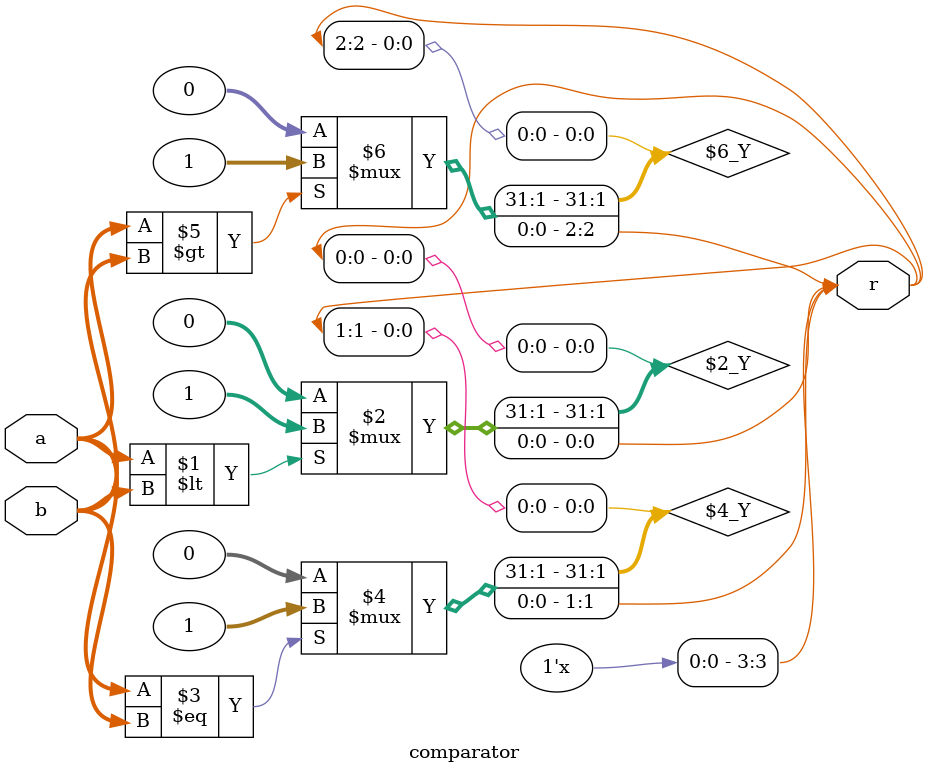
<source format=v>
/*
	Name: Matidios, Henry
	Date: 12/9/2015
	Description: Comparator
*/

`timescale 1ns/1ps

module comparator(r,a,b);
	input [3:0]a;
	input [3:0]b;
	output [3:0]r;
	
	
	assign r[0]=(a<b)?1:0;
	assign r[1]=(a==b)?1:0;
	assign r[2]=(a>b)?1:0;
	assign r[3]=1'bz;

endmodule
</source>
